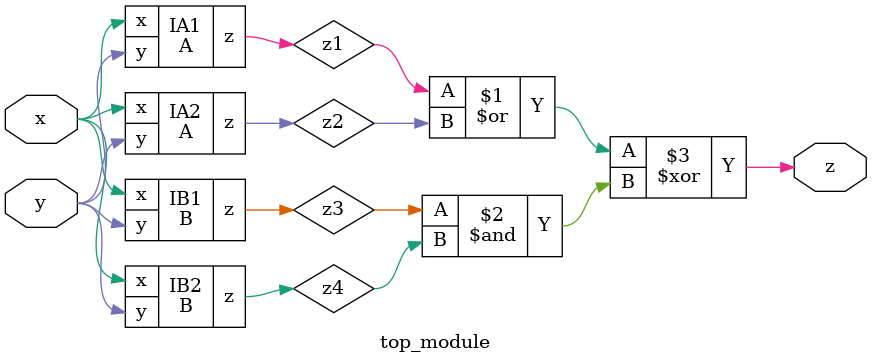
<source format=v>
module A (input x, input y, output z);
    
    assign z = (x^y) & x;

endmodule

module B ( input x, input y, output z );

    assign z = ~(x ^ y);
    
endmodule


module top_module (input x, input y, output z);
	
    wire z1, z2, z3, z4;
    
    A IA1(
        .x(x),
        .y(y),
        .z(z1)
    );
    
    A IA2(
        .x(x),
        .y(y),
        .z(z2)
    );

	B IB1(
        .x(x),
        .y(y),
        .z(z3)
    );

	B IB2(
        .x(x),
        .y(y),
        .z(z4)
    );
    
    assign z = (z1 | z2) ^ (z3 & z4);
    
endmodule
</source>
